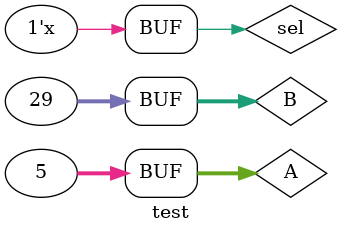
<source format=v>
`include "mux_5.v"

module test();

    wire    [31:0]   Y;

    reg     [31:0]   A,B;
    reg             sel;
    
    mux_5 mux1 (
        .y(Y), 
        .a(A), 
        .b(B), 
        .sel(sel)
    );

    initial begin

        A = 5'b01010;
        B = 5'b10101;
        sel = 1'b1;
        #10
        A = 5'b00000;
        #10
        sel = 1'b1;
        #10
        B = 5'b11111;
        #5
        A = 5'b00101;
        #5
        sel = 1'b0;
        B = 5'b11101;
        #5
        sel = 1'bx;
    end

    always @(A or B or sel)
        #1 $display("At t = %0d sel = %b B = %b Y = %b", $time, sel, A, B, Y);

endmodule

</source>
